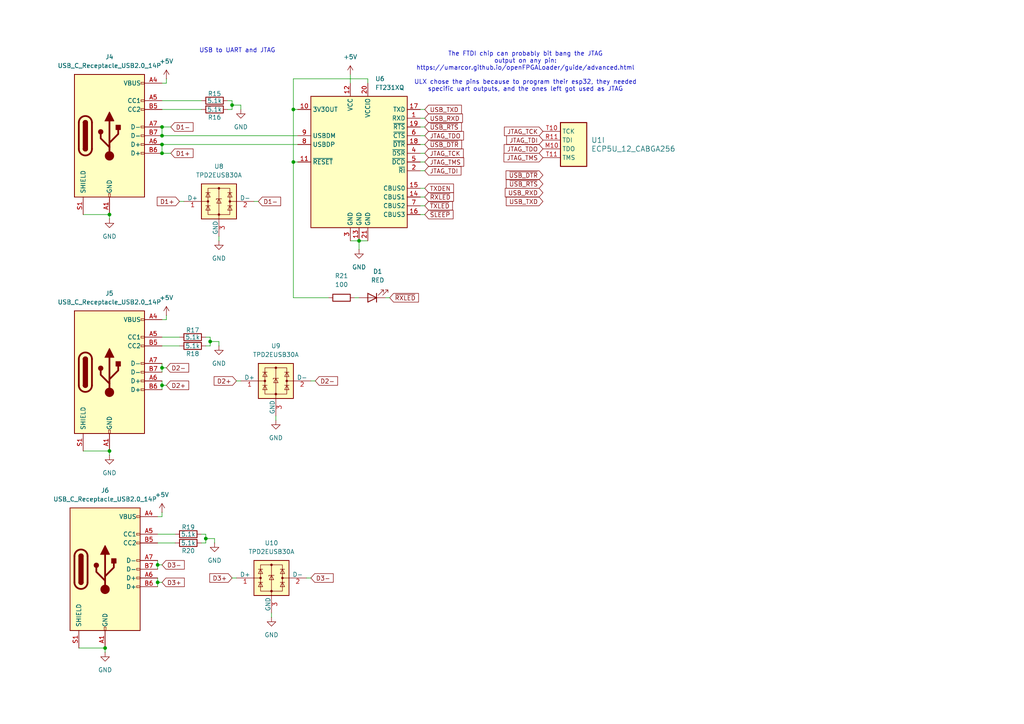
<source format=kicad_sch>
(kicad_sch (version 20250114) (generator "eeschema") (generator_version "9.0")
  (paper "A4")
  (title_block (title "Icepi zero") (date "2025-04-26") (rev "v1") (company "Chengyin Yao (cheyao)") (comment 1 "https://github.com/cheyao/icepi-zero"))
  (lib_symbols
    (symbol "Connector:USB_C_Receptacle_USB2.0_14P" (pin_names (offset 1.016))
      (property "Reference" "J" (at 0 22.225 0))
      (property "Value" "USB_C_Receptacle_USB2.0_14P" (at 0 19.685 0))
      (symbol "USB_C_Receptacle_USB2.0_14P_0_0"
        (rectangle (start -0.254 -17.78) (end 0.254 -16.764))
        (rectangle (start 10.16 15.494) (end 9.144 14.986))
        (rectangle (start 10.16 10.414) (end 9.144 9.906))
        (rectangle (start 10.16 7.874) (end 9.144 7.366))
        (rectangle (start 10.16 2.794) (end 9.144 2.286))
        (rectangle (start 10.16 0.254) (end 9.144 -0.254))
        (rectangle (start 10.16 -2.286) (end 9.144 -2.794))
        (rectangle (start 10.16 -4.826) (end 9.144 -5.334))
      )
      (symbol "USB_C_Receptacle_USB2.0_14P_0_1"
        (rectangle (start -10.16 17.78) (end 10.16 -17.78) (stroke (width 0.254)) (fill (type background)))
        (polyline (pts (xy -8.89 -3.81) (xy -8.89 3.81)) (stroke (width 0.508)))
        (rectangle (start -7.62 -3.81) (end -6.35 3.81) (stroke (width 0.254)) (fill (type outline)))
        (arc (start -7.62 3.81) (mid -6.985 4.4423) (end -6.35 3.81) (stroke (width 0.254)))
        (arc (start -7.62 3.81) (mid -6.985 4.4423) (end -6.35 3.81) (stroke (width 0.254)) (fill (type outline)))
        (arc (start -8.89 3.81) (mid -6.985 5.7067) (end -5.08 3.81) (stroke (width 0.508)))
        (arc (start -5.08 -3.81) (mid -6.985 -5.7067) (end -8.89 -3.81) (stroke (width 0.508)))
        (arc (start -6.35 -3.81) (mid -6.985 -4.4423) (end -7.62 -3.81) (stroke (width 0.254)))
        (arc (start -6.35 -3.81) (mid -6.985 -4.4423) (end -7.62 -3.81) (stroke (width 0.254)) (fill (type outline)))
        (polyline (pts (xy -5.08 3.81) (xy -5.08 -3.81)) (stroke (width 0.508)))
        (circle (center -2.54 1.143) (radius 0.635) (stroke (width 0.254)) (fill (type outline)))
        (polyline (pts (xy -1.27 4.318) (xy 0 6.858) (xy 1.27 4.318) (xy -1.27 4.318)) (stroke (width 0.254)) (fill (type outline)))
        (polyline (pts (xy 0 -2.032) (xy 2.54 0.508) (xy 2.54 1.778)) (stroke (width 0.508)))
        (polyline (pts (xy 0 -3.302) (xy -2.54 -0.762) (xy -2.54 0.508)) (stroke (width 0.508)))
        (polyline (pts (xy 0 -5.842) (xy 0 4.318)) (stroke (width 0.508)))
        (circle (center 0 -5.842) (radius 1.27) (fill (type outline)))
        (rectangle (start 1.905 1.778) (end 3.175 3.048) (stroke (width 0.254)) (fill (type outline)))
      )
      (symbol "USB_C_Receptacle_USB2.0_14P_1_1"
        (pin passive line (at -7.62 -22.86 90) (length 5.08) (name "SHIELD") (number "S1"))
        (pin passive line (at 0 -22.86 90) (length 5.08) (name "GND") (number "A1"))
        (pin passive line (at 0 -22.86 90) (length 5.08) (hide yes) (name "GND") (number "A12"))
        (pin passive line (at 0 -22.86 90) (length 5.08) (hide yes) (name "GND") (number "B1"))
        (pin passive line (at 0 -22.86 90) (length 5.08) (hide yes) (name "GND") (number "B12"))
        (pin passive line (at 15.24 15.24 180) (length 5.08) (name "VBUS") (number "A4"))
        (pin passive line (at 15.24 15.24 180) (length 5.08) (hide yes) (name "VBUS") (number "A9"))
        (pin passive line (at 15.24 15.24 180) (length 5.08) (hide yes) (name "VBUS") (number "B4"))
        (pin passive line (at 15.24 15.24 180) (length 5.08) (hide yes) (name "VBUS") (number "B9"))
        (pin bidirectional line (at 15.24 10.16 180) (length 5.08) (name "CC1") (number "A5"))
        (pin bidirectional line (at 15.24 7.62 180) (length 5.08) (name "CC2") (number "B5"))
        (pin bidirectional line (at 15.24 2.54 180) (length 5.08) (name "D-") (number "A7"))
        (pin bidirectional line (at 15.24 0 180) (length 5.08) (name "D-") (number "B7"))
        (pin bidirectional line (at 15.24 -2.54 180) (length 5.08) (name "D+") (number "A6"))
        (pin bidirectional line (at 15.24 -5.08 180) (length 5.08) (name "D+") (number "B6"))
      )
    )
    (symbol "Device:LED" (pin_numbers (hide yes)) (pin_names (offset 1.016) (hide yes))
      (property "Reference" "D" (at 0 2.54 0))
      (property "Value" "LED" (at 0 -2.54 0))
      (symbol "LED_0_1"
        (polyline (pts (xy -3.048 -0.762) (xy -4.572 -2.286) (xy -3.81 -2.286) (xy -4.572 -2.286) (xy -4.572 -1.524)))
        (polyline (pts (xy -1.778 -0.762) (xy -3.302 -2.286) (xy -2.54 -2.286) (xy -3.302 -2.286) (xy -3.302 -1.524)))
        (polyline (pts (xy -1.27 0) (xy 1.27 0)))
        (polyline (pts (xy -1.27 -1.27) (xy -1.27 1.27)) (stroke (width 0.254)))
        (polyline (pts (xy 1.27 -1.27) (xy 1.27 1.27) (xy -1.27 0) (xy 1.27 -1.27)) (stroke (width 0.254)))
      )
      (symbol "LED_1_1"
        (pin passive line (at -3.81 0 0) (length 2.54) (name "K") (number "1"))
        (pin passive line (at 3.81 0 180) (length 2.54) (name "A") (number "2"))
      )
    )
    (symbol "Device:R" (pin_numbers (hide yes)) (pin_names (offset 0))
      (property "Reference" "R" (at 2.032 0 90))
      (property "Value" "R" (at 0 0 90))
      (symbol "R_0_1"
        (rectangle (start -1.016 -2.54) (end 1.016 2.54) (stroke (width 0.254)))
      )
      (symbol "R_1_1"
        (pin passive line (at 0 3.81 270) (length 1.27) (name "~") (number "1"))
        (pin passive line (at 0 -3.81 90) (length 1.27) (name "~") (number "2"))
      )
    )
    (symbol "Interface_USB:FT231XQ"
      (property "Reference" "U" (at -13.97 20.32 0))
      (property "Value" "FT231XQ" (at 6.35 20.32 0))
      (symbol "FT231XQ_0_1"
        (rectangle (start -13.97 19.05) (end 13.97 -19.05) (stroke (width 0.254)) (fill (type background)))
      )
      (symbol "FT231XQ_1_1"
        (pin power_out line (at -17.78 15.24 0) (length 3.81) (name "3V3OUT") (number "10"))
        (pin bidirectional line (at -17.78 7.62 0) (length 3.81) (name "USBDM") (number "9"))
        (pin bidirectional line (at -17.78 5.08 0) (length 3.81) (name "USBDP") (number "8"))
        (pin input line (at -17.78 0 0) (length 3.81) (name "~{RESET}") (number "11"))
        (pin power_in line (at -2.54 22.86 270) (length 3.81) (name "VCC") (number "12"))
        (pin power_in line (at -2.54 -22.86 90) (length 3.81) (name "GND") (number "3"))
        (pin power_in line (at 0 -22.86 90) (length 3.81) (name "GND") (number "13"))
        (pin power_in line (at 2.54 22.86 270) (length 3.81) (name "VCCIO") (number "20"))
        (pin power_in line (at 2.54 -22.86 90) (length 3.81) (name "GND") (number "21"))
        (pin output line (at 17.78 15.24 180) (length 3.81) (name "TXD") (number "17"))
        (pin input line (at 17.78 12.7 180) (length 3.81) (name "RXD") (number "1"))
        (pin output line (at 17.78 10.16 180) (length 3.81) (name "~{RTS}") (number "19"))
        (pin input line (at 17.78 7.62 180) (length 3.81) (name "~{CTS}") (number "6"))
        (pin output line (at 17.78 5.08 180) (length 3.81) (name "~{DTR}") (number "18"))
        (pin input line (at 17.78 2.54 180) (length 3.81) (name "~{DSR}") (number "4"))
        (pin input line (at 17.78 0 180) (length 3.81) (name "~{DCD}") (number "5"))
        (pin input line (at 17.78 -2.54 180) (length 3.81) (name "~{RI}") (number "2"))
        (pin bidirectional line (at 17.78 -7.62 180) (length 3.81) (name "CBUS0") (number "15"))
        (pin bidirectional line (at 17.78 -10.16 180) (length 3.81) (name "CBUS1") (number "14"))
        (pin bidirectional line (at 17.78 -12.7 180) (length 3.81) (name "CBUS2") (number "7"))
        (pin bidirectional line (at 17.78 -15.24 180) (length 3.81) (name "CBUS3") (number "16"))
      )
    )
    (symbol "Power_Protection:TPD2EUSB30A" (pin_names (offset 0))
      (property "Reference" "U" (at 0 6.35 0))
      (property "Value" "TPD2EUSB30A" (at 7.62 -7.62 0))
      (symbol "TPD2EUSB30A_0_1"
        (rectangle (start -5.08 5.08) (end 5.08 -5.08) (stroke (width 0.254)) (fill (type background)))
        (polyline (pts (xy -5.08 0) (xy -3.175 0)))
        (polyline (pts (xy -3.81 2.54) (xy -2.54 2.54)))
        (polyline (pts (xy -3.81 -1.27) (xy -2.54 -1.27)))
        (rectangle (start -3.175 3.81) (end 3.175 -3.81))
        (circle (center -3.175 0) (radius 0.2794) (fill (type outline)))
        (polyline (pts (xy -2.54 1.27) (xy -3.81 1.27) (xy -3.175 2.54) (xy -2.54 1.27)))
        (polyline (pts (xy -2.54 -2.54) (xy -3.81 -2.54) (xy -3.175 -1.27) (xy -2.54 -2.54)))
        (circle (center 0 3.81) (radius 0.2794) (fill (type outline)))
        (polyline (pts (xy 0 3.81) (xy 0 -5.08)))
        (circle (center 0 -3.81) (radius 0.2794) (fill (type outline)))
        (polyline (pts (xy 0.635 -0.508) (xy -0.635 -0.508) (xy 0 0.762) (xy 0.635 -0.508)))
        (polyline (pts (xy 0.762 0.762) (xy -0.762 0.762) (xy -0.762 0.508)))
        (polyline (pts (xy 2.54 2.54) (xy 3.81 2.54)))
        (polyline (pts (xy 2.54 -1.27) (xy 3.81 -1.27)))
        (circle (center 3.175 0) (radius 0.2794) (fill (type outline)))
        (polyline (pts (xy 3.81 1.27) (xy 2.54 1.27) (xy 3.175 2.54) (xy 3.81 1.27)))
        (polyline (pts (xy 3.81 -2.54) (xy 2.54 -2.54) (xy 3.175 -1.27) (xy 3.81 -2.54)))
        (polyline (pts (xy 5.08 0) (xy 3.175 0)))
      )
      (symbol "TPD2EUSB30A_1_1"
        (pin passive line (at -10.16 0 0) (length 5.08) (name "D+") (number "1"))
        (pin passive line (at 0 -10.16 90) (length 5.08) (name "GND") (number "3"))
        (pin passive line (at 10.16 0 180) (length 5.08) (name "D-") (number "2"))
      )
    )
    (symbol "josh:ECP5U_12_CABGA256"
      (property "Reference" "U" (at -15.24 45.72 0))
      (property "Value" "ECP5U_12_CABGA256" (at 7.62 43.18 0))
      (symbol "ECP5U_12_CABGA256_1_1"
        (rectangle (start -7.62 7.62) (end 6.35 -7.62) (stroke (width 0.001)) (fill (type background)))
        (pin power_in line (at -12.7 5.08 0) (length 5.08) (name "VCC[6]") (number "G6"))
        (pin power_in line (at -12.7 5.08 0) (length 5.08) (name "VCC[6]") (number "G7"))
        (pin power_in line (at -12.7 5.08 0) (length 5.08) (name "VCC[6]") (number "G9"))
        (pin power_in line (at -12.7 5.08 0) (length 5.08) (name "VCC[6]") (number "L10"))
        (pin power_in line (at -12.7 5.08 0) (length 5.08) (name "VCC[6]") (number "L8"))
        (pin power_in line (at -12.7 5.08 0) (length 5.08) (name "VCC[6]") (number "L9"))
        (pin power_in line (at -12.7 2.54 0) (length 5.08) (name "VCCAUX[2]") (number "G11"))
        (pin power_in line (at -12.7 2.54 0) (length 5.08) (name "VCCAUX[2]") (number "L7"))
        (pin power_in line (at -12.7 -5.08 0) (length 5.08) (name "GND[27]") (number "A1"))
        (pin power_in line (at -12.7 -5.08 0) (length 5.08) (name "GND[27]") (number "A16"))
        (pin power_in line (at -12.7 -5.08 0) (length 5.08) (name "GND[27]") (number "D15"))
        (pin power_in line (at -12.7 -5.08 0) (length 5.08) (name "GND[27]") (number "D2"))
        (pin power_in line (at -12.7 -5.08 0) (length 5.08) (name "GND[27]") (number "F8"))
        (pin power_in line (at -12.7 -5.08 0) (length 5.08) (name "GND[27]") (number "F9"))
        (pin power_in line (at -12.7 -5.08 0) (length 5.08) (name "GND[27]") (number "G10"))
        (pin power_in line (at -12.7 -5.08 0) (length 5.08) (name "GND[27]") (number "G8"))
        (pin power_in line (at -12.7 -5.08 0) (length 5.08) (name "GND[27]") (number "H1"))
        (pin power_in line (at -12.7 -5.08 0) (length 5.08) (name "GND[27]") (number "H10"))
        (pin power_in line (at -12.7 -5.08 0) (length 5.08) (name "GND[27]") (number "H16"))
        (pin power_in line (at -12.7 -5.08 0) (length 5.08) (name "GND[27]") (number "H8"))
        (pin power_in line (at -12.7 -5.08 0) (length 5.08) (name "GND[27]") (number "H9"))
        (pin power_in line (at -12.7 -5.08 0) (length 5.08) (name "GND[27]") (number "J10"))
        (pin power_in line (at -12.7 -5.08 0) (length 5.08) (name "GND[27]") (number "J8"))
        (pin power_in line (at -12.7 -5.08 0) (length 5.08) (name "GND[27]") (number "J9"))
        (pin power_in line (at -12.7 -5.08 0) (length 5.08) (name "GND[27]") (number "K10"))
        (pin power_in line (at -12.7 -5.08 0) (length 5.08) (name "GND[27]") (number "K6"))
        (pin power_in line (at -12.7 -5.08 0) (length 5.08) (name "GND[27]") (number "K7"))
        (pin power_in line (at -12.7 -5.08 0) (length 5.08) (name "GND[27]") (number "K8"))
        (pin power_in line (at -12.7 -5.08 0) (length 5.08) (name "GND[27]") (number "K9"))
        (pin power_in line (at -12.7 -5.08 0) (length 5.08) (name "GND[27]") (number "N15"))
        (pin power_in line (at -12.7 -5.08 0) (length 5.08) (name "GND[27]") (number "N2"))
        (pin power_in line (at -12.7 -5.08 0) (length 5.08) (name "GND[27]") (number "T1"))
        (pin power_in line (at -12.7 -5.08 0) (length 5.08) (name "GND[27]") (number "T12"))
        (pin power_in line (at -12.7 -5.08 0) (length 5.08) (name "GND[27]") (number "T16"))
        (pin power_in line (at -12.7 -5.08 0) (length 5.08) (name "GND[27]") (number "T5"))
      )
      (symbol "ECP5U_12_CABGA256_2_1"
        (rectangle (start -16.51 40.64) (end 8.89 -27.94) (stroke (width 0.305)) (fill (type background)))
        (pin power_in line (at -21.59 38.1 0) (length 5.08) (name "VCCIO0[2]") (number "F6"))
        (pin power_in line (at -21.59 38.1 0) (length 5.08) (name "VCCIO0[2]") (number "F7"))
        (pin bidirectional line (at -21.59 33.02 0) (length 5.08) (name "PT4A/+") (number "A2"))
        (pin bidirectional line (at -21.59 30.48 0) (length 5.08) (name "PT4B/-") (number "B3"))
        (pin bidirectional line (at -21.59 27.94 0) (length 5.08) (name "PT6A/+") (number "A3"))
        (pin bidirectional line (at -21.59 25.4 0) (length 5.08) (name "PT6B/-") (number "A4"))
        (pin bidirectional line (at -21.59 22.86 0) (length 5.08) (name "PT9A/+") (number "E4"))
        (pin bidirectional line (at -21.59 20.32 0) (length 5.08) (name "PT9B/-") (number "D4"))
        (pin bidirectional line (at -21.59 17.78 0) (length 5.08) (name "PT11A/+") (number "C4"))
        (pin bidirectional line (at -21.59 15.24 0) (length 5.08) (name "PT11B/-") (number "B4"))
        (pin bidirectional line (at -21.59 12.7 0) (length 5.08) (name "PT13A/+") (number "E5"))
        (pin bidirectional line (at -21.59 10.16 0) (length 5.08) (name "PT13B/-") (number "D5"))
        (pin bidirectional line (at -21.59 7.62 0) (length 5.08) (name "PT15A/+") (number "C5"))
        (pin bidirectional line (at -21.59 5.08 0) (length 5.08) (name "PT15B/-") (number "B5"))
        (pin bidirectional line (at -21.59 2.54 0) (length 5.08) (name "PT18A/+") (number "A5"))
        (pin bidirectional line (at -21.59 0 0) (length 5.08) (name "PT18B/-") (number "A6"))
        (pin bidirectional line (at -21.59 -2.54 0) (length 5.08) (name "PT20A/+") (number "E6"))
        (pin bidirectional line (at -21.59 -5.08 0) (length 5.08) (name "PT20B/-") (number "D6"))
        (pin bidirectional line (at -21.59 -7.62 0) (length 5.08) (name "PT22A/+") (number "C6"))
        (pin bidirectional line (at -21.59 -10.16 0) (length 5.08) (name "PT22B/-") (number "B6"))
        (pin bidirectional line (at -21.59 -12.7 0) (length 5.08) (name "PT24A/+/GR_PCLK0_1") (number "E7"))
        (pin bidirectional line (at -21.59 -15.24 0) (length 5.08) (name "PT24B/-/GR_PCLK0_0") (number "D7"))
        (pin bidirectional line (at -21.59 -17.78 0) (length 5.08) (name "PT27A/+/PCLKT0_1") (number "C7"))
        (pin bidirectional line (at -21.59 -20.32 0) (length 5.08) (name "PT27B/-/PCLKC0_1") (number "B7"))
        (pin bidirectional line (at -21.59 -22.86 0) (length 5.08) (name "PT29A/+/PCLKT0_0") (number "A7"))
        (pin bidirectional line (at -21.59 -25.4 0) (length 5.08) (name "PT29B/-/PCLKC0_0") (number "A8"))
      )
      (symbol "ECP5U_12_CABGA256_3_1"
        (rectangle (start -16.51 40.64) (end 8.89 -48.26) (stroke (width 0.305)) (fill (type background)))
        (pin power_in line (at -21.59 38.1 0) (length 5.08) (name "VCCIO1[2]") (number "F10"))
        (pin power_in line (at -21.59 38.1 0) (length 5.08) (name "VCCIO1[2]") (number "F11"))
        (pin bidirectional line (at -21.59 33.02 0) (length 5.08) (name "PT33A/+/PCLKT1_1") (number "E8"))
        (pin bidirectional line (at -21.59 30.48 0) (length 5.08) (name "PT33B/-/PCLKC1_1") (number "D8"))
        (pin bidirectional line (at -21.59 27.94 0) (length 5.08) (name "PT35A/+/PCLKT1_0") (number "C8"))
        (pin bidirectional line (at -21.59 25.4 0) (length 5.08) (name "PT35B/-/PCLKC1_0") (number "B8"))
        (pin bidirectional line (at -21.59 22.86 0) (length 5.08) (name "PT38A/+/GR_PCLK1_0") (number "B9"))
        (pin bidirectional line (at -21.59 20.32 0) (length 5.08) (name "PT38B/-/GR_PCLK1_1") (number "C9"))
        (pin bidirectional line (at -21.59 17.78 0) (length 5.08) (name "PT40A/+") (number "D9"))
        (pin bidirectional line (at -21.59 15.24 0) (length 5.08) (name "PT40B/-") (number "E9"))
        (pin bidirectional line (at -21.59 12.7 0) (length 5.08) (name "PT42A/+") (number "A9"))
        (pin bidirectional line (at -21.59 10.16 0) (length 5.08) (name "PT42B/-") (number "A10"))
        (pin bidirectional line (at -21.59 7.62 0) (length 5.08) (name "PT44A/+") (number "B10"))
        (pin bidirectional line (at -21.59 5.08 0) (length 5.08) (name "PT44B/-") (number "C10"))
        (pin bidirectional line (at -21.59 2.54 0) (length 5.08) (name "PT47A/+") (number "D10"))
        (pin bidirectional line (at -21.59 0 0) (length 5.08) (name "PT47B/-") (number "E10"))
        (pin bidirectional line (at -21.59 -2.54 0) (length 5.08) (name "PT49A/+") (number "B11"))
        (pin bidirectional line (at -21.59 -5.08 0) (length 5.08) (name "PT49B/-") (number "C11"))
        (pin bidirectional line (at -21.59 -7.62 0) (length 5.08) (name "PT51A/+") (number "D11"))
        (pin bidirectional line (at -21.59 -10.16 0) (length 5.08) (name "PT51B/-") (number "E11"))
        (pin bidirectional line (at -21.59 -12.7 0) (length 5.08) (name "PT53A/+") (number "A11"))
        (pin bidirectional line (at -21.59 -15.24 0) (length 5.08) (name "PT53B/-") (number "A12"))
        (pin bidirectional line (at -21.59 -17.78 0) (length 5.08) (name "PT56A/+") (number "B12"))
        (pin bidirectional line (at -21.59 -20.32 0) (length 5.08) (name "PT56B/-") (number "C12"))
        (pin bidirectional line (at -21.59 -22.86 0) (length 5.08) (name "PT58A/+") (number "D12"))
        (pin bidirectional line (at -21.59 -25.4 0) (length 5.08) (name "PT58B/-") (number "E12"))
        (pin bidirectional line (at -21.59 -27.94 0) (length 5.08) (name "PT60A/+") (number "B13"))
        (pin bidirectional line (at -21.59 -30.48 0) (length 5.08) (name "PT60B/-") (number "C13"))
        (pin bidirectional line (at -21.59 -33.02 0) (length 5.08) (name "PT62A/+") (number "D13"))
        (pin bidirectional line (at -21.59 -35.56 0) (length 5.08) (name "PT62B/-") (number "E13"))
        (pin bidirectional line (at -21.59 -38.1 0) (length 5.08) (name "PT65A/+") (number "A13"))
        (pin bidirectional line (at -21.59 -40.64 0) (length 5.08) (name "PT65B/-") (number "A14"))
        (pin bidirectional line (at -21.59 -43.18 0) (length 5.08) (name "PT67A/+") (number "B14"))
        (pin bidirectional line (at -21.59 -45.72 0) (length 5.08) (name "PT67B/-") (number "A15"))
      )
      (symbol "ECP5U_12_CABGA256_4_1"
        (rectangle (start -16.51 40.64) (end 21.59 -48.26) (stroke (width 0.305)) (fill (type background)))
        (pin power_in line (at -21.59 38.1 0) (length 5.08) (name "VCCIO2[2]") (number "H11"))
        (pin power_in line (at -21.59 38.1 0) (length 5.08) (name "VCCIO2[2]") (number "J11"))
        (pin bidirectional line (at -21.59 33.02 0) (length 5.08) (name "PR2A/+/HS/RDQ8") (number "B16"))
        (pin bidirectional line (at -21.59 30.48 0) (length 5.08) (name "PR2B/-/S0_IN/HS/RDQ8") (number "B15"))
        (pin bidirectional line (at -21.59 27.94 0) (length 5.08) (name "PR2C/+/RDQ8") (number "C14"))
        (pin bidirectional line (at -21.59 25.4 0) (length 5.08) (name "PR2D/-/RDQ8") (number "D14"))
        (pin bidirectional line (at -21.59 22.86 0) (length 5.08) (name "PR5A/+/HS/RDQ8") (number "C16"))
        (pin bidirectional line (at -21.59 20.32 0) (length 5.08) (name "PR5B/-/HS/RDQ8") (number "C15"))
        (pin bidirectional line (at -21.59 17.78 0) (length 5.08) (name "PR5C/+/RDQ8") (number "E14"))
        (pin bidirectional line (at -21.59 15.24 0) (length 5.08) (name "PR5D/-/RDQ8") (number "F14"))
        (pin bidirectional line (at -21.59 12.7 0) (length 5.08) (name "PR8A/+/HS/RDQS8") (number "D16"))
        (pin bidirectional line (at -21.59 10.16 0) (length 5.08) (name "PR8B/-/HS/RDQSN8") (number "E15"))
        (pin bidirectional line (at -21.59 7.62 0) (length 5.08) (name "PR8C/+/RDQ8") (number "F13"))
        (pin bidirectional line (at -21.59 5.08 0) (length 5.08) (name "PR8D/-/RDQ8") (number "F12"))
        (pin bidirectional line (at -21.59 2.54 0) (length 5.08) (name "PR11A/+/HS/RDQ8") (number "G12"))
        (pin bidirectional line (at -21.59 0 0) (length 5.08) (name "PR11B/-/HS/RDQ8") (number "G13"))
        (pin bidirectional line (at -21.59 -2.54 0) (length 5.08) (name "PR11C/+/RDQ8") (number "F15"))
        (pin bidirectional line (at -21.59 -5.08 0) (length 5.08) (name "PR11D/-/RDQ8") (number "E16"))
        (pin bidirectional line (at -21.59 -7.62 0) (length 5.08) (name "PR14A/+/HS/RDQ20") (number "F16"))
        (pin bidirectional line (at -21.59 -10.16 0) (length 5.08) (name "PR14B/-/HS/RDQ20") (number "G15"))
        (pin bidirectional line (at -21.59 -12.7 0) (length 5.08) (name "PR14C/+/VREF1_2/RDQ20") (number "G14"))
        (pin bidirectional line (at -21.59 -15.24 0) (length 5.08) (name "PR14D/-/RDQ20") (number "H14"))
        (pin bidirectional line (at -21.59 -17.78 0) (length 5.08) (name "PR17A/+/HS/RDQ20") (number "H12"))
        (pin bidirectional line (at -21.59 -20.32 0) (length 5.08) (name "PR17B/-/HS/RDQ20") (number "H13"))
        (pin bidirectional line (at -21.59 -22.86 0) (length 5.08) (name "PR17C/+/RDQ20") (number "J13"))
        (pin bidirectional line (at -21.59 -25.4 0) (length 5.08) (name "PR17D/-/RDQ20") (number "J12"))
        (pin bidirectional line (at -21.59 -27.94 0) (length 5.08) (name "PR20A/+/GR_PCLK2_1/HS/RDQS20") (number "G16"))
        (pin bidirectional line (at -21.59 -30.48 0) (length 5.08) (name "PR20B/-/HS/RDQSN20") (number "H15"))
        (pin bidirectional line (at -21.59 -33.02 0) (length 5.08) (name "PR20C/+/GR_PCLK2_0/RDQ20") (number "J14"))
        (pin bidirectional line (at -21.59 -35.56 0) (length 5.08) (name "PR20D/-/RDQ20") (number "K14"))
        (pin bidirectional line (at -21.59 -38.1 0) (length 5.08) (name "PR23A/+/PCLKT2_1/HS/RDQ20") (number "J16"))
        (pin bidirectional line (at -21.59 -40.64 0) (length 5.08) (name "PR23B/-/PCLKC2_1/HS/RDQ20") (number "J15"))
        (pin bidirectional line (at -21.59 -43.18 0) (length 5.08) (name "PR23C/+/PCLKT2_0/RDQ20") (number "K16"))
        (pin bidirectional line (at -21.59 -45.72 0) (length 5.08) (name "PR23D/-/PCLKC2_0/RDQ20") (number "K15"))
      )
      (symbol "ECP5U_12_CABGA256_5_1"
        (rectangle (start -16.51 40.64) (end 19.05 -48.26) (stroke (width 0.305)) (fill (type background)))
        (pin power_in line (at -21.59 38.1 0) (length 5.08) (name "VCCIO3[2]") (number "K11"))
        (pin power_in line (at -21.59 38.1 0) (length 5.08) (name "VCCIO3[2]") (number "L11"))
        (pin bidirectional line (at -21.59 33.02 0) (length 5.08) (name "PR26A/+/PCLKT3_1/HS/RDQ32") (number "L16"))
        (pin bidirectional line (at -21.59 30.48 0) (length 5.08) (name "PR26B/-/PCLKC3_1/HS/RDQ32") (number "L15"))
        (pin bidirectional line (at -21.59 27.94 0) (length 5.08) (name "PR26C/+/PCLKT3_0/RDQ32") (number "M16"))
        (pin bidirectional line (at -21.59 25.4 0) (length 5.08) (name "PR26D/-/PCLKC3_0/RDQ32") (number "M15"))
        (pin bidirectional line (at -21.59 22.86 0) (length 5.08) (name "PR29A/+/GR_PCLK3_0/HS/RDQ32") (number "K13"))
        (pin bidirectional line (at -21.59 20.32 0) (length 5.08) (name "PR29B/-/HS/RDQ32") (number "K12"))
        (pin bidirectional line (at -21.59 17.78 0) (length 5.08) (name "PR29C/+/GR_PCLK3_1/RDQ32") (number "L13"))
        (pin bidirectional line (at -21.59 15.24 0) (length 5.08) (name "PR29D/-/RDQ32") (number "L12"))
        (pin bidirectional line (at -21.59 12.7 0) (length 5.08) (name "PR32A/+/HS/RDQS32") (number "N16"))
        (pin bidirectional line (at -21.59 10.16 0) (length 5.08) (name "PR32B/-/HS/RDQSN32") (number "P15"))
        (pin bidirectional line (at -21.59 7.62 0) (length 5.08) (name "PR32C/+/RDQ32") (number "L14"))
        (pin bidirectional line (at -21.59 5.08 0) (length 5.08) (name "PR32D/-/RDQ32") (number "M14"))
        (pin bidirectional line (at -21.59 2.54 0) (length 5.08) (name "PR35A/+/HS/RDQ32") (number "P16"))
        (pin bidirectional line (at -21.59 0 0) (length 5.08) (name "PR35B/-/VREF1_3/HS/RDQ32") (number "R16"))
        (pin bidirectional line (at -21.59 -2.54 0) (length 5.08) (name "PR35C/+/RDQ32") (number "M13"))
        (pin bidirectional line (at -21.59 -5.08 0) (length 5.08) (name "PR35D/-/RDQ32") (number "N14"))
        (pin bidirectional line (at -21.59 -7.62 0) (length 5.08) (name "PR38A/+/HS/RDQ44") (number "N13"))
        (pin bidirectional line (at -21.59 -10.16 0) (length 5.08) (name "PR38B/-/HS/RDQ44") (number "P14"))
        (pin bidirectional line (at -21.59 -12.7 0) (length 5.08) (name "PR38C/+/RDQ44") (number "R15"))
        (pin bidirectional line (at -21.59 -15.24 0) (length 5.08) (name "PR38D/-/RDQ44") (number "T15"))
        (pin bidirectional line (at -21.59 -17.78 0) (length 5.08) (name "PR41A/+/HS/RDQ44") (number "P13"))
        (pin bidirectional line (at -21.59 -20.32 0) (length 5.08) (name "PR41B/-/HS/RDQ44") (number "R14"))
        (pin bidirectional line (at -21.59 -22.86 0) (length 5.08) (name "PR41C/+/RDQ44") (number "R13"))
        (pin bidirectional line (at -21.59 -25.4 0) (length 5.08) (name "PR41D/-/RDQ44") (number "T14"))
        (pin bidirectional line (at -21.59 -27.94 0) (length 5.08) (name "PR44A/+/HS/RDQS44") (number "R12"))
        (pin bidirectional line (at -21.59 -30.48 0) (length 5.08) (name "PR44B/-/HS/RDQSN44") (number "T13"))
        (pin bidirectional line (at -21.59 -33.02 0) (length 5.08) (name "PR44C/+/RDQ44") (number "M12"))
        (pin bidirectional line (at -21.59 -35.56 0) (length 5.08) (name "PR44D/-/RDQ44") (number "N12"))
        (pin bidirectional line (at -21.59 -38.1 0) (length 5.08) (name "PR47A/+/HS/RDQ44") (number "M11"))
        (pin bidirectional line (at -21.59 -40.64 0) (length 5.08) (name "PR47B/-/HS/RDQ44") (number "N11"))
        (pin bidirectional line (at -21.59 -43.18 0) (length 5.08) (name "PR47C/+/LRC_GPLL0T_IN/RDQ44") (number "P11"))
        (pin bidirectional line (at -21.59 -45.72 0) (length 5.08) (name "PR47D/-/LRC_GPLL0C_IN/RDQ44") (number "P12"))
      )
      (symbol "ECP5U_12_CABGA256_6_1"
        (rectangle (start -16.51 40.64) (end 19.05 -48.26) (stroke (width 0.305)) (fill (type background)))
        (pin power_in line (at -21.59 38.1 0) (length 5.08) (name "VCCIO6[2]") (number "J6"))
        (pin power_in line (at -21.59 38.1 0) (length 5.08) (name "VCCIO6[2]") (number "J7"))
        (pin bidirectional line (at -21.59 33.02 0) (length 5.08) (name "PL26A/+/PCLKT6_1/HS/LDQ32") (number "L1"))
        (pin bidirectional line (at -21.59 30.48 0) (length 5.08) (name "PL26B/-/PCLKC6_1/HS/LDQ32") (number "L2"))
        (pin bidirectional line (at -21.59 27.94 0) (length 5.08) (name "PL26C/+/PCLKT6_0/LDQ32") (number "M1"))
        (pin bidirectional line (at -21.59 25.4 0) (length 5.08) (name "PL26D/-/PCLKC6_0/LDQ32") (number "M2"))
        (pin bidirectional line (at -21.59 22.86 0) (length 5.08) (name "PL29A/+/GR_PCLK6_0/HS/LDQ32") (number "K4"))
        (pin bidirectional line (at -21.59 20.32 0) (length 5.08) (name "PL29B/-/HS/LDQ32") (number "K5"))
        (pin bidirectional line (at -21.59 17.78 0) (length 5.08) (name "PL29C/+/GR_PCLK6_1/LDQ32") (number "L4"))
        (pin bidirectional line (at -21.59 15.24 0) (length 5.08) (name "PL29D/-/LDQ32") (number "L5"))
        (pin bidirectional line (at -21.59 12.7 0) (length 5.08) (name "PL32A/+/HS/LDQS32") (number "N1"))
        (pin bidirectional line (at -21.59 10.16 0) (length 5.08) (name "PL32B/-/HS/LDQSN32") (number "P2"))
        (pin bidirectional line (at -21.59 7.62 0) (length 5.08) (name "PL32C/+/LDQ32") (number "L3"))
        (pin bidirectional line (at -21.59 5.08 0) (length 5.08) (name "PL32D/-/LDQ32") (number "M3"))
        (pin bidirectional line (at -21.59 2.54 0) (length 5.08) (name "PL35A/+/HS/LDQ32") (number "P1"))
        (pin bidirectional line (at -21.59 0 0) (length 5.08) (name "PL35B/-/VREF1_6/HS/LDQ32") (number "R1"))
        (pin bidirectional line (at -21.59 -2.54 0) (length 5.08) (name "PL35C/+/LDQ32") (number "M4"))
        (pin bidirectional line (at -21.59 -5.08 0) (length 5.08) (name "PL35D/-/LDQ32") (number "N3"))
        (pin bidirectional line (at -21.59 -7.62 0) (length 5.08) (name "PL38A/+/HS/LDQ44") (number "N4"))
        (pin bidirectional line (at -21.59 -10.16 0) (length 5.08) (name "PL38B/-/HS/LDQ44") (number "P3"))
        (pin bidirectional line (at -21.59 -12.7 0) (length 5.08) (name "PL38C/+/LDQ44") (number "R2"))
        (pin bidirectional line (at -21.59 -15.24 0) (length 5.08) (name "PL38D/-/LDQ44") (number "T2"))
        (pin bidirectional line (at -21.59 -17.78 0) (length 5.08) (name "PL41A/+/HS/LDQ44") (number "P4"))
        (pin bidirectional line (at -21.59 -20.32 0) (length 5.08) (name "PL41B/-/HS/LDQ44") (number "R3"))
        (pin bidirectional line (at -21.59 -22.86 0) (length 5.08) (name "PL41C/+/LDQ44") (number "R4"))
        (pin bidirectional line (at -21.59 -25.4 0) (length 5.08) (name "PL41D/-/LDQ44") (number "T3"))
        (pin bidirectional line (at -21.59 -27.94 0) (length 5.08) (name "PL44A/+/HS/LDQS44") (number "R5"))
        (pin bidirectional line (at -21.59 -30.48 0) (length 5.08) (name "PL44B/-/HS/LDQSN44") (number "T4"))
        (pin bidirectional line (at -21.59 -33.02 0) (length 5.08) (name "PL44C/+/LDQ44") (number "M5"))
        (pin bidirectional line (at -21.59 -35.56 0) (length 5.08) (name "PL44D/-/LDQ44") (number "N5"))
        (pin bidirectional line (at -21.59 -38.1 0) (length 5.08) (name "PL47A/+/HS/LDQ44") (number "M6"))
        (pin bidirectional line (at -21.59 -40.64 0) (length 5.08) (name "PL47B/-/HS/LDQ44") (number "N6"))
        (pin bidirectional line (at -21.59 -43.18 0) (length 5.08) (name "PL47C/+/LLC_GPLL0T_IN/LDQ44") (number "P6"))
        (pin bidirectional line (at -21.59 -45.72 0) (length 5.08) (name "PL47D/-/LLC_GPLL0C_IN/LDQ44") (number "P5"))
      )
      (symbol "ECP5U_12_CABGA256_7_1"
        (rectangle (start -16.51 40.64) (end 20.32 -46.99) (stroke (width 0.305)) (fill (type background)))
        (pin power_in line (at -21.59 38.1 0) (length 5.08) (name "VCCIO7[2]") (number "H6"))
        (pin power_in line (at -21.59 38.1 0) (length 5.08) (name "VCCIO7[2]") (number "H7"))
        (pin bidirectional line (at -21.59 34.29 0) (length 5.08) (name "PL2A/+/HS/LDQ8") (number "B1"))
        (pin bidirectional line (at -21.59 31.75 0) (length 5.08) (name "PL2B/-/HS/LDQ8") (number "B2"))
        (pin bidirectional line (at -21.59 29.21 0) (length 5.08) (name "PL2C/+/LDQ8") (number "C3"))
        (pin bidirectional line (at -21.59 26.67 0) (length 5.08) (name "PL2D/-/LDQ8") (number "D3"))
        (pin bidirectional line (at -21.59 24.13 0) (length 5.08) (name "PL5A/+/HS/LDQ8") (number "C1"))
        (pin bidirectional line (at -21.59 21.59 0) (length 5.08) (name "PL5B/-/HS/LDQ8") (number "C2"))
        (pin bidirectional line (at -21.59 19.05 0) (length 5.08) (name "PL5C/+/LDQ8") (number "E3"))
        (pin bidirectional line (at -21.59 16.51 0) (length 5.08) (name "PL5D/-/LDQ8") (number "F3"))
        (pin bidirectional line (at -21.59 13.97 0) (length 5.08) (name "PL8A/+/HS/LDQS8") (number "D1"))
        (pin bidirectional line (at -21.59 11.43 0) (length 5.08) (name "PL8B/-/HS/LDQSN8") (number "E2"))
        (pin bidirectional line (at -21.59 8.89 0) (length 5.08) (name "PL8C/+/LDQ8") (number "F4"))
        (pin bidirectional line (at -21.59 6.35 0) (length 5.08) (name "PL8D/-/LDQ8") (number "F5"))
        (pin bidirectional line (at -21.59 3.81 0) (length 5.08) (name "PL11A/+/HS/LDQ8") (number "G5"))
        (pin bidirectional line (at -21.59 1.27 0) (length 5.08) (name "PL11B/-/HS/LDQ8") (number "G4"))
        (pin bidirectional line (at -21.59 -1.27 0) (length 5.08) (name "PL11C/+/LDQ8") (number "F2"))
        (pin bidirectional line (at -21.59 -3.81 0) (length 5.08) (name "PL11D/-/LDQ8") (number "E1"))
        (pin bidirectional line (at -21.59 -6.35 0) (length 5.08) (name "PL14A/+/HS/LDQ20") (number "F1"))
        (pin bidirectional line (at -21.59 -8.89 0) (length 5.08) (name "PL14B/-/HS/LDQ20") (number "G2"))
        (pin bidirectional line (at -21.59 -11.43 0) (length 5.08) (name "PL14C/+/VREF1_7/LDQ20") (number "G3"))
        (pin bidirectional line (at -21.59 -13.97 0) (length 5.08) (name "PL14D/-/LDQ20") (number "H3"))
        (pin bidirectional line (at -21.59 -16.51 0) (length 5.08) (name "PL17A/+/HS/LDQ20") (number "H5"))
        (pin bidirectional line (at -21.59 -19.05 0) (length 5.08) (name "PL17B/-/HS/LDQ20") (number "H4"))
        (pin bidirectional line (at -21.59 -21.59 0) (length 5.08) (name "PL17C/+/LDQ20") (number "J4"))
        (pin bidirectional line (at -21.59 -24.13 0) (length 5.08) (name "PL17D/-/LDQ20") (number "J5"))
        (pin bidirectional line (at -21.59 -26.67 0) (length 5.08) (name "PL20A/+/GR_PCLK7_1/HS/LDQS20") (number "G1"))
        (pin bidirectional line (at -21.59 -29.21 0) (length 5.08) (name "PL20B/-/HS/LDQSN20") (number "H2"))
        (pin bidirectional line (at -21.59 -31.75 0) (length 5.08) (name "PL20C/+/GR_PCLK7_0/LDQ20") (number "J3"))
        (pin bidirectional line (at -21.59 -34.29 0) (length 5.08) (name "PL20D/-/LDQ20") (number "K3"))
        (pin bidirectional line (at -21.59 -36.83 0) (length 5.08) (name "PL23A/+/PCLKT7_1/HS/LDQ20") (number "J1"))
        (pin bidirectional line (at -21.59 -39.37 0) (length 5.08) (name "PL23B/-/PCLKC7_1/HS/LDQ20") (number "J2"))
        (pin bidirectional line (at -21.59 -41.91 0) (length 5.08) (name "PL23C/+/PCLKT7_0/LDQ20") (number "K1"))
        (pin bidirectional line (at -21.59 -44.45 0) (length 5.08) (name "PL23D/-/PCLKC7_0/LDQ20") (number "K2"))
      )
      (symbol "ECP5U_12_CABGA256_8_1"
        (rectangle (start -16.51 40.64) (end 25.4 -17.78) (stroke (width 0.305)) (fill (type background)))
        (pin power_in line (at -21.59 38.1 0) (length 5.08) (name "VCCIO8") (number "L6"))
        (pin bidirectional line (at -21.59 33.02 0) (length 5.08) (name "CCLK/MCLK/SCK") (number "N9"))
        (pin bidirectional line (at -21.59 30.48 0) (length 5.08) (name "CFG_0") (number "N10"))
        (pin bidirectional line (at -21.59 27.94 0) (length 5.08) (name "CFG_1") (number "P10"))
        (pin bidirectional line (at -21.59 25.4 0) (length 5.08) (name "CFG_2") (number "R10"))
        (pin bidirectional line (at -21.59 22.86 0) (length 5.08) (name "DONE") (number "P9"))
        (pin bidirectional line (at -21.59 20.32 0) (length 5.08) (name "INITN") (number "T9"))
        (pin bidirectional line (at -21.59 17.78 0) (length 5.08) (name "PB4A/+/D7/IO7") (number "T6"))
        (pin bidirectional line (at -21.59 15.24 0) (length 5.08) (name "PB4B/-/D6/IO6") (number "R6"))
        (pin bidirectional line (at -21.59 12.7 0) (length 5.08) (name "PB6A/+/D5/MISO2/IO5") (number "R7"))
        (pin bidirectional line (at -21.59 10.16 0) (length 5.08) (name "PB6B/-/D4/MOSI2/IO4") (number "P7"))
        (pin bidirectional line (at -21.59 7.62 0) (length 5.08) (name "PB9A/+/D3/IO3") (number "N7"))
        (pin bidirectional line (at -21.59 5.08 0) (length 5.08) (name "PB9B/-/D2/IO2") (number "M7"))
        (pin bidirectional line (at -21.59 2.54 0) (length 5.08) (name "PB11A/+/D1/MISO/IO1") (number "T7"))
        (pin bidirectional line (at -21.59 0 0) (length 5.08) (name "PB11B/-/D0/MOSI/IO0") (number "T8"))
        (pin bidirectional line (at -21.59 -2.54 0) (length 5.08) (name "PB13A/+/SN/CSN") (number "R8"))
        (pin bidirectional line (at -21.59 -5.08 0) (length 5.08) (name "PB13B/-/CS1N") (number "P8"))
        (pin bidirectional line (at -21.59 -7.62 0) (length 5.08) (name "PB15A/+/HOLDN/DI/BUSY/CSSPIN/CEN") (number "N8"))
        (pin bidirectional line (at -21.59 -10.16 0) (length 5.08) (name "PB15B/-/DOUT/CSON") (number "M8"))
        (pin bidirectional line (at -21.59 -12.7 0) (length 5.08) (name "PB18A/WRITEN") (number "M9"))
        (pin bidirectional line (at -21.59 -15.24 0) (length 5.08) (name "PROGRAMN") (number "R9"))
      )
      (symbol "ECP5U_12_CABGA256_9_1"
        (rectangle (start -2.54 6.35) (end 5.08 -6.35) (stroke (width 0.305)) (fill (type background)))
        (pin bidirectional line (at -7.62 3.81 0) (length 5.08) (name "TCK") (number "T10"))
        (pin bidirectional line (at -7.62 1.27 0) (length 5.08) (name "TDI") (number "R11"))
        (pin bidirectional line (at -7.62 -1.27 0) (length 5.08) (name "TDO") (number "M10"))
        (pin bidirectional line (at -7.62 -3.81 0) (length 5.08) (name "TMS") (number "T11"))
      )
    )
    (symbol "power:+5V" (power) (pin_numbers (hide yes)) (pin_names (offset 0) (hide yes))
      (property "Value" "+5V" (at 0 3.556 0))
      (symbol "+5V_0_1"
        (polyline (pts (xy -0.762 1.27) (xy 0 2.54)))
        (polyline (pts (xy 0 2.54) (xy 0.762 1.27)))
        (polyline (pts (xy 0 0) (xy 0 2.54)))
      )
      (symbol "+5V_1_1"
        (pin power_in line (at 0 0 90) (length 0) (name "~") (number "1"))
      )
    )
    (symbol "power:GND" (power) (pin_numbers (hide yes)) (pin_names (offset 0) (hide yes))
      (property "Value" "GND" (at 0 -3.81 0))
      (symbol "GND_0_1"
        (polyline (pts (xy 0 0) (xy 0 -1.27) (xy 1.27 -1.27) (xy 0 -2.54) (xy -1.27 -1.27) (xy 0 -1.27)))
      )
      (symbol "GND_1_1"
        (pin power_in line (at 0 0 270) (length 0) (name "~") (number "1"))
      )
    )
  )
  (text "USB to UART and JTAG" (at 68.834 14.732 0) (effects (font (size 1.27 1.27))))
  (text "The FTDI chip can probably bit bang the JTAG\noutput on any pin:\nhttps://umarcor.github.io/openFPGALoader/guide/advanced.html\n\nULX chose the pins because to program their esp32, they needed\nspecific uart outputs, and the ones left got used as JTAG" (at 152.4 20.828 0) (effects (font (size 1.27 1.27))))
  (junction (at 67.31 30.48))
  (junction (at 104.14 69.85))
  (junction (at 85.09 46.99))
  (junction (at 60.96 99.06))
  (junction (at 31.75 130.81))
  (junction (at 46.99 106.68))
  (junction (at 45.72 163.83))
  (junction (at 31.75 62.23))
  (junction (at 46.99 41.91))
  (junction (at 30.48 187.96))
  (junction (at 59.69 156.21))
  (junction (at 46.99 39.37))
  (junction (at 45.72 168.91))
  (junction (at 46.99 111.76))
  (junction (at 46.99 44.45))
  (junction (at 46.99 36.83))
  (junction (at 85.09 31.75))
  (wire (pts (xy 121.92 54.61) (xy 123.19 54.61)))
  (wire (pts (xy 67.31 29.21) (xy 67.31 30.48)))
  (wire (pts (xy 95.25 86.36) (xy 85.09 86.36)))
  (wire (pts (xy 78.74 179.07) (xy 78.74 177.8)))
  (wire (pts (xy 68.58 110.49) (xy 69.85 110.49)))
  (wire (pts (xy 48.26 106.68) (xy 46.99 106.68)))
  (wire (pts (xy 121.92 59.69) (xy 123.19 59.69)))
  (wire (pts (xy 85.09 86.36) (xy 85.09 46.99)))
  (wire (pts (xy 80.01 121.92) (xy 80.01 120.65)))
  (wire (pts (xy 46.99 148.59) (xy 46.99 149.86)))
  (wire (pts (xy 46.99 110.49) (xy 46.99 111.76)))
  (wire (pts (xy 45.72 168.91) (xy 45.72 170.18)))
  (wire (pts (xy 46.99 163.83) (xy 45.72 163.83)))
  (wire (pts (xy 58.42 157.48) (xy 59.69 157.48)))
  (wire (pts (xy 121.92 46.99) (xy 123.19 46.99)))
  (wire (pts (xy 88.9 167.64) (xy 90.17 167.64)))
  (wire (pts (xy 86.36 41.91) (xy 46.99 41.91)))
  (wire (pts (xy 121.92 57.15) (xy 123.19 57.15)))
  (wire (pts (xy 59.69 154.94) (xy 59.69 156.21)))
  (wire (pts (xy 66.04 29.21) (xy 67.31 29.21)))
  (wire (pts (xy 48.26 91.44) (xy 48.26 92.71)))
  (wire (pts (xy 58.42 154.94) (xy 59.69 154.94)))
  (wire (pts (xy 45.72 154.94) (xy 50.8 154.94)))
  (wire (pts (xy 45.72 162.56) (xy 45.72 163.83)))
  (wire (pts (xy 101.6 69.85) (xy 104.14 69.85)))
  (wire (pts (xy 67.31 167.64) (xy 68.58 167.64)))
  (wire (pts (xy 62.23 157.48) (xy 62.23 156.21)))
  (wire (pts (xy 46.99 31.75) (xy 58.42 31.75)))
  (wire (pts (xy 121.92 41.91) (xy 123.19 41.91)))
  (wire (pts (xy 90.17 110.49) (xy 91.44 110.49)))
  (wire (pts (xy 85.09 46.99) (xy 85.09 31.75)))
  (wire (pts (xy 106.68 24.13) (xy 106.68 22.86)))
  (wire (pts (xy 69.85 31.75) (xy 69.85 30.48)))
  (wire (pts (xy 59.69 97.79) (xy 60.96 97.79)))
  (wire (pts (xy 121.92 62.23) (xy 123.19 62.23)))
  (wire (pts (xy 121.92 44.45) (xy 123.19 44.45)))
  (wire (pts (xy 63.5 68.58) (xy 63.5 69.85)))
  (wire (pts (xy 48.26 92.71) (xy 46.99 92.71)))
  (wire (pts (xy 67.31 30.48) (xy 67.31 31.75)))
  (wire (pts (xy 60.96 99.06) (xy 60.96 100.33)))
  (wire (pts (xy 46.99 44.45) (xy 49.53 44.45)))
  (wire (pts (xy 46.99 39.37) (xy 86.36 39.37)))
  (wire (pts (xy 46.99 106.68) (xy 46.99 105.41)))
  (wire (pts (xy 46.99 107.95) (xy 46.99 106.68)))
  (wire (pts (xy 46.99 111.76) (xy 46.99 113.03)))
  (wire (pts (xy 104.14 69.85) (xy 106.68 69.85)))
  (wire (pts (xy 46.99 36.83) (xy 49.53 36.83)))
  (wire (pts (xy 66.04 31.75) (xy 67.31 31.75)))
  (wire (pts (xy 45.72 163.83) (xy 45.72 165.1)))
  (wire (pts (xy 101.6 21.59) (xy 101.6 24.13)))
  (wire (pts (xy 59.69 156.21) (xy 59.69 157.48)))
  (wire (pts (xy 59.69 100.33) (xy 60.96 100.33)))
  (wire (pts (xy 121.92 39.37) (xy 123.19 39.37)))
  (wire (pts (xy 46.99 97.79) (xy 52.07 97.79)))
  (wire (pts (xy 46.99 111.76) (xy 48.26 111.76)))
  (wire (pts (xy 85.09 22.86) (xy 85.09 31.75)))
  (wire (pts (xy 102.87 86.36) (xy 104.14 86.36)))
  (wire (pts (xy 48.26 22.86) (xy 48.26 24.13)))
  (wire (pts (xy 111.76 86.36) (xy 113.03 86.36)))
  (wire (pts (xy 59.69 156.21) (xy 62.23 156.21)))
  (wire (pts (xy 73.66 58.42) (xy 74.93 58.42)))
  (wire (pts (xy 63.5 100.33) (xy 63.5 99.06)))
  (wire (pts (xy 30.48 187.96) (xy 30.48 189.23)))
  (wire (pts (xy 46.99 100.33) (xy 52.07 100.33)))
  (wire (pts (xy 24.13 62.23) (xy 31.75 62.23)))
  (wire (pts (xy 52.07 58.42) (xy 53.34 58.42)))
  (wire (pts (xy 31.75 130.81) (xy 31.75 132.08)))
  (wire (pts (xy 60.96 97.79) (xy 60.96 99.06)))
  (wire (pts (xy 121.92 36.83) (xy 123.19 36.83)))
  (wire (pts (xy 104.14 72.39) (xy 104.14 69.85)))
  (wire (pts (xy 85.09 31.75) (xy 86.36 31.75)))
  (wire (pts (xy 46.99 29.21) (xy 58.42 29.21)))
  (wire (pts (xy 45.72 168.91) (xy 46.99 168.91)))
  (wire (pts (xy 67.31 30.48) (xy 69.85 30.48)))
  (wire (pts (xy 60.96 99.06) (xy 63.5 99.06)))
  (wire (pts (xy 31.75 62.23) (xy 31.75 63.5)))
  (wire (pts (xy 48.26 24.13) (xy 46.99 24.13)))
  (wire (pts (xy 45.72 157.48) (xy 50.8 157.48)))
  (wire (pts (xy 46.99 149.86) (xy 45.72 149.86)))
  (wire (pts (xy 86.36 46.99) (xy 85.09 46.99)))
  (wire (pts (xy 45.72 167.64) (xy 45.72 168.91)))
  (wire (pts (xy 46.99 36.83) (xy 46.99 39.37)))
  (wire (pts (xy 24.13 130.81) (xy 31.75 130.81)))
  (wire (pts (xy 46.99 41.91) (xy 46.99 44.45)))
  (wire (pts (xy 121.92 34.29) (xy 123.19 34.29)))
  (wire (pts (xy 121.92 31.75) (xy 123.19 31.75)))
  (wire (pts (xy 22.86 187.96) (xy 30.48 187.96)))
  (wire (pts (xy 106.68 22.86) (xy 85.09 22.86)))
  (wire (pts (xy 121.92 49.53) (xy 123.19 49.53)))
  (global_label "USB_TXD" (shape input) (at 123.19 31.75 0) (property "Intersheetrefs" "${INTERSHEET_REFS}" (effects (hide yes))))
  (global_label "D2-" (shape input) (at 48.26 106.68 0) (property "Intersheetrefs" "${INTERSHEET_REFS}" (effects (hide yes))))
  (global_label "USB_RXD" (shape input) (at 123.19 34.29 0) (property "Intersheetrefs" "${INTERSHEET_REFS}" (effects (hide yes))))
  (global_label "~{RXLED}" (shape input) (at 113.03 86.36 0) (property "Intersheetrefs" "${INTERSHEET_REFS}" (effects (hide yes))))
  (global_label "JTAG_TCK" (shape input) (at 123.19 44.45 0) (property "Intersheetrefs" "${INTERSHEET_REFS}" (effects (hide yes))))
  (global_label "JTAG_TMS" (shape input) (at 123.19 46.99 0) (property "Intersheetrefs" "${INTERSHEET_REFS}" (effects (hide yes))))
  (global_label "D3-" (shape input) (at 90.17 167.64 0) (property "Intersheetrefs" "${INTERSHEET_REFS}" (effects (hide yes))))
  (global_label "JTAG_TDO" (shape input) (at 123.19 39.37 0) (property "Intersheetrefs" "${INTERSHEET_REFS}" (effects (hide yes))))
  (global_label "D3-" (shape input) (at 46.99 163.83 0) (property "Intersheetrefs" "${INTERSHEET_REFS}" (effects (hide yes))))
  (global_label "D3+" (shape input) (at 46.99 168.91 0) (property "Intersheetrefs" "${INTERSHEET_REFS}" (effects (hide yes))))
  (global_label "D2-" (shape input) (at 91.44 110.49 0) (property "Intersheetrefs" "${INTERSHEET_REFS}" (effects (hide yes))))
  (global_label "JTAG_TDI" (shape input) (at 123.19 49.53 0) (property "Intersheetrefs" "${INTERSHEET_REFS}" (effects (hide yes))))
  (global_label "JTAG_TDI" (shape input) (at 157.48 40.64 180) (property "Intersheetrefs" "${INTERSHEET_REFS}" (effects (hide yes))))
  (global_label "D2+" (shape input) (at 68.58 110.49 180) (property "Intersheetrefs" "${INTERSHEET_REFS}" (effects (hide yes))))
  (global_label "~{USB_DTR}" (shape input) (at 157.48 50.8 180) (property "Intersheetrefs" "${INTERSHEET_REFS}" (effects (hide yes))))
  (global_label "~{USB_RTS}" (shape input) (at 157.48 53.34 180) (property "Intersheetrefs" "${INTERSHEET_REFS}" (effects (hide yes))))
  (global_label "D1+" (shape input) (at 49.53 44.45 0) (property "Intersheetrefs" "${INTERSHEET_REFS}" (effects (hide yes))))
  (global_label "JTAG_TDO" (shape input) (at 157.48 43.18 180) (property "Intersheetrefs" "${INTERSHEET_REFS}" (effects (hide yes))))
  (global_label "D3+" (shape input) (at 67.31 167.64 180) (property "Intersheetrefs" "${INTERSHEET_REFS}" (effects (hide yes))))
  (global_label "~{USB_RTS}" (shape input) (at 123.19 36.83 0) (property "Intersheetrefs" "${INTERSHEET_REFS}" (effects (hide yes))))
  (global_label "D1-" (shape input) (at 49.53 36.83 0) (property "Intersheetrefs" "${INTERSHEET_REFS}" (effects (hide yes))))
  (global_label "TXDEN" (shape input) (at 123.19 54.61 0) (property "Intersheetrefs" "${INTERSHEET_REFS}" (effects (hide yes))))
  (global_label "JTAG_TMS" (shape input) (at 157.48 45.72 180) (property "Intersheetrefs" "${INTERSHEET_REFS}" (effects (hide yes))))
  (global_label "~{RXLED}" (shape input) (at 123.19 57.15 0) (property "Intersheetrefs" "${INTERSHEET_REFS}" (effects (hide yes))))
  (global_label "USB_TXD" (shape input) (at 157.48 58.42 180) (property "Intersheetrefs" "${INTERSHEET_REFS}" (effects (hide yes))))
  (global_label "JTAG_TCK" (shape input) (at 157.48 38.1 180) (property "Intersheetrefs" "${INTERSHEET_REFS}" (effects (hide yes))))
  (global_label "D1-" (shape input) (at 74.93 58.42 0) (property "Intersheetrefs" "${INTERSHEET_REFS}" (effects (hide yes))))
  (global_label "~{TXLED}" (shape input) (at 123.19 59.69 0) (property "Intersheetrefs" "${INTERSHEET_REFS}" (effects (hide yes))))
  (global_label "D2+" (shape input) (at 48.26 111.76 0) (property "Intersheetrefs" "${INTERSHEET_REFS}" (effects (hide yes))))
  (global_label "D1+" (shape input) (at 52.07 58.42 180) (property "Intersheetrefs" "${INTERSHEET_REFS}" (effects (hide yes))))
  (global_label "~{SLEEP}" (shape input) (at 123.19 62.23 0) (property "Intersheetrefs" "${INTERSHEET_REFS}" (effects (hide yes))))
  (global_label "~{USB_DTR}" (shape input) (at 123.19 41.91 0) (property "Intersheetrefs" "${INTERSHEET_REFS}" (effects (hide yes))))
  (global_label "USB_RXD" (shape input) (at 157.48 55.88 180) (property "Intersheetrefs" "${INTERSHEET_REFS}" (effects (hide yes))))
  (symbol (lib_id "josh:ECP5U_12_CABGA256") (at 165.1 41.91 0) (unit 9)
    (property "Reference" "U1" (at 171.45 40.6399 0) (effects (font (size 1.524 1.524)) (justify left)))
    (property "Value" "ECP5U_12_CABGA256" (at 171.45 43.1799 0) (effects (font (size 1.524 1.524)) (justify left)))
    (property "Footprint" "Package_BGA:BGA-256_14.0x14.0mm_Layout16x16_P0.8mm_Ball0.45mm_Pad0.32mm_NSMD" (effects (hide yes)))
    (property "JLCPCB Part #" "C1521614" (effects (hide yes)))
  )
  (symbol (lib_id "Connector:USB_C_Receptacle_USB2.0_14P") (at 30.48 165.1 0) (unit 1)
    (property "Reference" "J6" (at 30.48 142.24 0))
    (property "Value" "USB_C_Receptacle_USB2.0_14P" (at 30.48 144.78 0))
    (property "Footprint" "Connector_USB:USB_C_Receptacle_GCT_USB4105-xx-A_16P_TopMnt_Horizontal" (effects (hide yes)))
    (property "Datasheet" "https://www.usb.org/sites/default/files/documents/usb_type-c.zip" (effects (hide yes)))
    (property "Description" "USB 2.0-only 14P Type-C Receptacle connector" (effects (hide yes)))
    (property "JLCPCB Part #" "C2765186" (effects (hide yes)))
  )
  (symbol (lib_id "Power_Protection:TPD2EUSB30A") (at 63.5 58.42 0) (unit 1)
    (property "Reference" "U8" (at 63.5 48.26 0))
    (property "Value" "TPD2EUSB30A" (at 63.5 50.8 0))
    (property "Footprint" "Package_TO_SOT_SMD:Texas_DRT-3" (effects (hide yes)))
    (property "Datasheet" "http://www.ti.com/lit/ds/symlink/tpd2eusb30a.pdf" (effects (hide yes)))
    (property "Description" "2-Channel ESD Protection for Super-Speed USB 3.0 Interface, DRT-3" (effects (hide yes)))
    (property "JLCPCB Part #" "C3011197" (effects (hide yes)))
  )
  (symbol (lib_id "power:GND") (at 63.5 100.33 0) (unit 1)
    (property "Reference" "#PWR039" (effects (hide yes)))
    (property "Value" "GND" (at 63.5 105.41 0))
    (property "Description" "Power symbol creates a global label with name \"GND\" , ground" (effects (hide yes)))
  )
  (symbol (lib_id "power:+5V") (at 101.6 21.59 0) (unit 1)
    (property "Reference" "#PWR033" (effects (hide yes)))
    (property "Value" "+5V" (at 101.6 16.51 0))
    (property "Description" "Power symbol creates a global label with name \"+5V\"" (effects (hide yes)))
  )
  (symbol (lib_id "power:GND") (at 62.23 157.48 0) (unit 1)
    (property "Reference" "#PWR042" (effects (hide yes)))
    (property "Value" "GND" (at 62.23 162.56 0))
    (property "Description" "Power symbol creates a global label with name \"GND\" , ground" (effects (hide yes)))
  )
  (symbol (lib_id "power:GND") (at 30.48 189.23 0) (unit 1)
    (property "Reference" "#PWR043" (effects (hide yes)))
    (property "Value" "GND" (at 30.48 194.31 0))
    (property "Description" "Power symbol creates a global label with name \"GND\" , ground" (effects (hide yes)))
  )
  (symbol (lib_id "power:GND") (at 31.75 63.5 0) (unit 1)
    (property "Reference" "#PWR036" (effects (hide yes)))
    (property "Value" "GND" (at 31.75 68.58 0))
    (property "Description" "Power symbol creates a global label with name \"GND\" , ground" (effects (hide yes)))
  )
  (symbol (lib_id "Connector:USB_C_Receptacle_USB2.0_14P") (at 31.75 39.37 0) (unit 1)
    (property "Reference" "J4" (at 31.75 16.51 0))
    (property "Value" "USB_C_Receptacle_USB2.0_14P" (at 31.75 19.05 0))
    (property "Footprint" "Connector_USB:USB_C_Receptacle_GCT_USB4105-xx-A_16P_TopMnt_Horizontal" (effects (hide yes)))
    (property "Datasheet" "https://www.usb.org/sites/default/files/documents/usb_type-c.zip" (effects (hide yes)))
    (property "Description" "USB 2.0-only 14P Type-C Receptacle connector" (effects (hide yes)))
    (property "JLCPCB Part #" "C2765186" (effects (hide yes)))
  )
  (symbol (lib_id "power:GND") (at 104.14 72.39 0) (unit 1)
    (property "Reference" "#PWR037" (effects (hide yes)))
    (property "Value" "GND" (at 104.14 77.47 0))
    (property "Description" "Power symbol creates a global label with name \"GND\" , ground" (effects (hide yes)))
  )
  (symbol (lib_id "Device:R") (at 54.61 157.48 270) (unit 1)
    (property "Reference" "R20" (at 54.61 159.766 90))
    (property "Value" "5.1k" (at 54.61 157.48 90))
    (property "Footprint" "Resistor_SMD:R_0603_1608Metric" (effects (hide yes)))
    (property "Description" "Resistor" (effects (hide yes)))
  )
  (symbol (lib_id "power:GND") (at 69.85 31.75 0) (unit 1)
    (property "Reference" "#PWR035" (effects (hide yes)))
    (property "Value" "GND" (at 69.85 36.83 0))
    (property "Description" "Power symbol creates a global label with name \"GND\" , ground" (effects (hide yes)))
  )
  (symbol (lib_id "Device:LED") (at 107.95 86.36 180) (unit 1)
    (property "Reference" "D1" (at 109.5375 78.74 0))
    (property "Value" "RED" (at 109.5375 81.28 0))
    (property "Footprint" "LED_SMD:LED_0603_1608Metric" (effects (hide yes)))
    (property "Description" "Light emitting diode" (effects (hide yes)))
    (property "Sim.Pins" "1=K 2=A" (effects (hide yes)))
  )
  (symbol (lib_id "power:+5V") (at 46.99 148.59 0) (unit 1)
    (property "Reference" "#PWR041" (effects (hide yes)))
    (property "Value" "+5V" (at 46.99 143.51 0))
    (property "Description" "Power symbol creates a global label with name \"+5V\"" (effects (hide yes)))
  )
  (symbol (lib_id "power:GND") (at 63.5 69.85 0) (unit 1)
    (property "Reference" "#PWR046" (effects (hide yes)))
    (property "Value" "GND" (at 63.5 74.93 0))
    (property "Description" "Power symbol creates a global label with name \"GND\" , ground" (effects (hide yes)))
  )
  (symbol (lib_id "Device:R") (at 99.06 86.36 90) (unit 1)
    (property "Reference" "R21" (at 99.06 80.01 90))
    (property "Value" "100" (at 99.06 82.55 90))
    (property "Footprint" "Resistor_SMD:R_0402_1005Metric" (effects (hide yes)))
    (property "Description" "Resistor" (effects (hide yes)))
  )
  (symbol (lib_id "Interface_USB:FT231XQ") (at 104.14 46.99 0) (unit 1)
    (property "Reference" "U6" (at 108.8233 22.86 0) (effects (justify left)))
    (property "Value" "FT231XQ" (at 108.8233 25.4 0) (effects (justify left)))
    (property "Footprint" "Package_DFN_QFN:QFN-20-1EP_4x4mm_P0.5mm_EP2.5x2.5mm" (effects (hide yes)))
    (property "Datasheet" "https://www.ftdichip.com/Support/Documents/DataSheets/ICs/DS_FT231X.pdf" (effects (hide yes)))
    (property "Description" "Full Speed USB to Full Handshake UART, QFN-20" (effects (hide yes)))
    (property "JLCPCB Part #" "C132159" (effects (hide yes)))
  )
  (symbol (lib_id "Power_Protection:TPD2EUSB30A") (at 80.01 110.49 0) (unit 1)
    (property "Reference" "U9" (at 80.01 100.33 0))
    (property "Value" "TPD2EUSB30A" (at 80.01 102.87 0))
    (property "Footprint" "Package_TO_SOT_SMD:Texas_DRT-3" (effects (hide yes)))
    (property "Datasheet" "http://www.ti.com/lit/ds/symlink/tpd2eusb30a.pdf" (effects (hide yes)))
    (property "Description" "2-Channel ESD Protection for Super-Speed USB 3.0 Interface, DRT-3" (effects (hide yes)))
    (property "JLCPCB Part #" "C3011197" (effects (hide yes)))
  )
  (symbol (lib_id "Device:R") (at 62.23 31.75 270) (unit 1)
    (property "Reference" "R16" (at 62.23 34.036 90))
    (property "Value" "5.1k" (at 62.23 31.75 90))
    (property "Footprint" "Resistor_SMD:R_0603_1608Metric" (effects (hide yes)))
    (property "Description" "Resistor" (effects (hide yes)))
  )
  (symbol (lib_id "power:+5V") (at 48.26 91.44 0) (unit 1)
    (property "Reference" "#PWR038" (effects (hide yes)))
    (property "Value" "+5V" (at 48.26 86.36 0))
    (property "Description" "Power symbol creates a global label with name \"+5V\"" (effects (hide yes)))
  )
  (symbol (lib_id "power:GND") (at 31.75 132.08 0) (unit 1)
    (property "Reference" "#PWR040" (effects (hide yes)))
    (property "Value" "GND" (at 31.75 137.16 0))
    (property "Description" "Power symbol creates a global label with name \"GND\" , ground" (effects (hide yes)))
  )
  (symbol (lib_id "power:+5V") (at 48.26 22.86 0) (unit 1)
    (property "Reference" "#PWR034" (effects (hide yes)))
    (property "Value" "+5V" (at 48.26 17.78 0))
    (property "Description" "Power symbol creates a global label with name \"+5V\"" (effects (hide yes)))
  )
  (symbol (lib_id "power:GND") (at 80.01 121.92 0) (unit 1)
    (property "Reference" "#PWR048" (effects (hide yes)))
    (property "Value" "GND" (at 80.01 127 0))
    (property "Description" "Power symbol creates a global label with name \"GND\" , ground" (effects (hide yes)))
  )
  (symbol (lib_id "Power_Protection:TPD2EUSB30A") (at 78.74 167.64 0) (unit 1)
    (property "Reference" "U10" (at 78.74 157.48 0))
    (property "Value" "TPD2EUSB30A" (at 78.74 160.02 0))
    (property "Footprint" "Package_TO_SOT_SMD:Texas_DRT-3" (effects (hide yes)))
    (property "Datasheet" "http://www.ti.com/lit/ds/symlink/tpd2eusb30a.pdf" (effects (hide yes)))
    (property "Description" "2-Channel ESD Protection for Super-Speed USB 3.0 Interface, DRT-3" (effects (hide yes)))
    (property "JLCPCB Part #" "C3011197" (effects (hide yes)))
  )
  (symbol (lib_id "Device:R") (at 54.61 154.94 90) (unit 1)
    (property "Reference" "R19" (at 54.61 152.908 90))
    (property "Value" "5.1k" (at 54.61 154.94 90))
    (property "Footprint" "Resistor_SMD:R_0603_1608Metric" (effects (hide yes)))
    (property "Description" "Resistor" (effects (hide yes)))
  )
  (symbol (lib_id "Device:R") (at 55.88 100.33 270) (unit 1)
    (property "Reference" "R18" (at 55.88 102.616 90))
    (property "Value" "5.1k" (at 55.88 100.33 90))
    (property "Footprint" "Resistor_SMD:R_0603_1608Metric" (effects (hide yes)))
    (property "Description" "Resistor" (effects (hide yes)))
  )
  (symbol (lib_id "Device:R") (at 55.88 97.79 90) (unit 1)
    (property "Reference" "R17" (at 55.88 95.758 90))
    (property "Value" "5.1k" (at 55.88 97.79 90))
    (property "Footprint" "Resistor_SMD:R_0603_1608Metric" (effects (hide yes)))
    (property "Description" "Resistor" (effects (hide yes)))
  )
  (symbol (lib_id "Device:R") (at 62.23 29.21 90) (unit 1)
    (property "Reference" "R15" (at 62.23 27.178 90))
    (property "Value" "5.1k" (at 62.23 29.21 90))
    (property "Footprint" "Resistor_SMD:R_0603_1608Metric" (effects (hide yes)))
    (property "Description" "Resistor" (effects (hide yes)))
  )
  (symbol (lib_id "Connector:USB_C_Receptacle_USB2.0_14P") (at 31.75 107.95 0) (unit 1)
    (property "Reference" "J5" (at 31.75 85.09 0))
    (property "Value" "USB_C_Receptacle_USB2.0_14P" (at 31.75 87.63 0))
    (property "Footprint" "Connector_USB:USB_C_Receptacle_GCT_USB4105-xx-A_16P_TopMnt_Horizontal" (effects (hide yes)))
    (property "Datasheet" "https://www.usb.org/sites/default/files/documents/usb_type-c.zip" (effects (hide yes)))
    (property "Description" "USB 2.0-only 14P Type-C Receptacle connector" (effects (hide yes)))
    (property "JLCPCB Part #" "C2765186" (effects (hide yes)))
  )
  (symbol (lib_id "power:GND") (at 78.74 179.07 0) (unit 1)
    (property "Reference" "#PWR047" (effects (hide yes)))
    (property "Value" "GND" (at 78.74 184.15 0))
    (property "Description" "Power symbol creates a global label with name \"GND\" , ground" (effects (hide yes)))
  )
)
</source>
